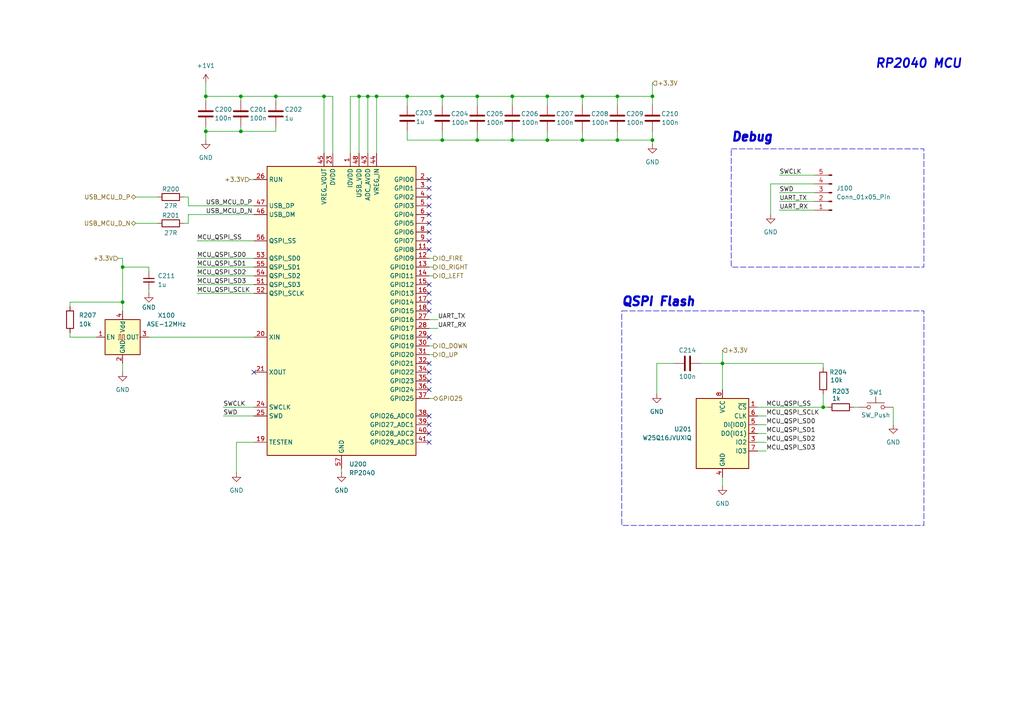
<source format=kicad_sch>
(kicad_sch (version 20231120) (generator "eeschema") (generator_version "8.0")
  (paper "A4")
  (lib_symbols
    (symbol "Connector:Conn_01x05_Pin" (pin_names (offset 1.016) hide)
      (property "Reference" "J" (at 0 7.62 0))
      (property "Value" "Conn_01x05_Pin" (at 0 -7.62 0))
      (symbol "Conn_01x05_Pin_1_1"
        (polyline (pts (xy 1.27 -5.08) (xy 0.8636 -5.08)) (stroke (width 0.1524)))
        (polyline (pts (xy 1.27 -2.54) (xy 0.8636 -2.54)) (stroke (width 0.1524)))
        (polyline (pts (xy 1.27 0) (xy 0.8636 0)) (stroke (width 0.1524)))
        (polyline (pts (xy 1.27 2.54) (xy 0.8636 2.54)) (stroke (width 0.1524)))
        (polyline (pts (xy 1.27 5.08) (xy 0.8636 5.08)) (stroke (width 0.1524)))
        (rectangle (start 0.8636 -4.953) (end 0 -5.207) (stroke (width 0.1524)) (fill (type outline)))
        (rectangle (start 0.8636 -2.413) (end 0 -2.667) (stroke (width 0.1524)) (fill (type outline)))
        (rectangle (start 0.8636 0.127) (end 0 -0.127) (stroke (width 0.1524)) (fill (type outline)))
        (rectangle (start 0.8636 2.667) (end 0 2.413) (stroke (width 0.1524)) (fill (type outline)))
        (rectangle (start 0.8636 5.207) (end 0 4.953) (stroke (width 0.1524)) (fill (type outline)))
        (pin passive line (at 5.08 5.08 180) (length 3.81) (name "Pin_1") (number "1"))
        (pin passive line (at 5.08 2.54 180) (length 3.81) (name "Pin_2") (number "2"))
        (pin passive line (at 5.08 0 180) (length 3.81) (name "Pin_3") (number "3"))
        (pin passive line (at 5.08 -2.54 180) (length 3.81) (name "Pin_4") (number "4"))
        (pin passive line (at 5.08 -5.08 180) (length 3.81) (name "Pin_5") (number "5"))
      )
    )
    (symbol "Device:C" (pin_numbers hide) (pin_names (offset 0.254))
      (property "Reference" "C" (at 0.635 2.54 0))
      (property "Value" "C" (at 0.635 -2.54 0))
      (symbol "C_0_1"
        (polyline (pts (xy -2.032 -0.762) (xy 2.032 -0.762)) (stroke (width 0.508)))
        (polyline (pts (xy -2.032 0.762) (xy 2.032 0.762)) (stroke (width 0.508)))
      )
      (symbol "C_1_1"
        (pin passive line (at 0 3.81 270) (length 2.794) (name "~") (number "1"))
        (pin passive line (at 0 -3.81 90) (length 2.794) (name "~") (number "2"))
      )
    )
    (symbol "Device:C_Small" (pin_numbers hide) (pin_names (offset 0.254) hide)
      (property "Reference" "C" (at 0.254 1.778 0))
      (property "Value" "C_Small" (at 0.254 -2.032 0))
      (symbol "C_Small_0_1"
        (polyline (pts (xy -1.524 -0.508) (xy 1.524 -0.508)) (stroke (width 0.3302)))
        (polyline (pts (xy -1.524 0.508) (xy 1.524 0.508)) (stroke (width 0.3048)))
      )
      (symbol "C_Small_1_1"
        (pin passive line (at 0 2.54 270) (length 2.032) (name "~") (number "1"))
        (pin passive line (at 0 -2.54 90) (length 2.032) (name "~") (number "2"))
      )
    )
    (symbol "Device:R" (pin_numbers hide) (pin_names (offset 0))
      (property "Reference" "R" (at 2.032 0 90))
      (property "Value" "R" (at 0 0 90))
      (symbol "R_0_1"
        (rectangle (start -1.016 -2.54) (end 1.016 2.54) (stroke (width 0.254)))
      )
      (symbol "R_1_1"
        (pin passive line (at 0 3.81 270) (length 1.27) (name "~") (number "1"))
        (pin passive line (at 0 -3.81 90) (length 1.27) (name "~") (number "2"))
      )
    )
    (symbol "MCU_RaspberryPi:RP2040"
      (property "Reference" "U" (at 17.78 45.72 0))
      (property "Value" "RP2040" (at 17.78 43.18 0))
      (symbol "RP2040_0_1"
        (rectangle (start -21.59 41.91) (end 21.59 -41.91) (stroke (width 0.254)) (fill (type background)))
      )
      (symbol "RP2040_1_1"
        (pin power_in line (at 2.54 45.72 270) (length 3.81) (name "IOVDD") (number "1"))
        (pin passive line (at 2.54 45.72 270) (length 3.81) hide (name "IOVDD") (number "10"))
        (pin bidirectional line (at 25.4 17.78 180) (length 3.81) (name "GPIO8") (number "11"))
        (pin bidirectional line (at 25.4 15.24 180) (length 3.81) (name "GPIO9") (number "12"))
        (pin bidirectional line (at 25.4 12.7 180) (length 3.81) (name "GPIO10") (number "13"))
        (pin bidirectional line (at 25.4 10.16 180) (length 3.81) (name "GPIO11") (number "14"))
        (pin bidirectional line (at 25.4 7.62 180) (length 3.81) (name "GPIO12") (number "15"))
        (pin bidirectional line (at 25.4 5.08 180) (length 3.81) (name "GPIO13") (number "16"))
        (pin bidirectional line (at 25.4 2.54 180) (length 3.81) (name "GPIO14") (number "17"))
        (pin bidirectional line (at 25.4 0 180) (length 3.81) (name "GPIO15") (number "18"))
        (pin input line (at -25.4 -38.1 0) (length 3.81) (name "TESTEN") (number "19"))
        (pin bidirectional line (at 25.4 38.1 180) (length 3.81) (name "GPIO0") (number "2"))
        (pin input line (at -25.4 -7.62 0) (length 3.81) (name "XIN") (number "20"))
        (pin passive line (at -25.4 -17.78 0) (length 3.81) (name "XOUT") (number "21"))
        (pin passive line (at 2.54 45.72 270) (length 3.81) hide (name "IOVDD") (number "22"))
        (pin power_in line (at -2.54 45.72 270) (length 3.81) (name "DVDD") (number "23"))
        (pin input line (at -25.4 -27.94 0) (length 3.81) (name "SWCLK") (number "24"))
        (pin bidirectional line (at -25.4 -30.48 0) (length 3.81) (name "SWD") (number "25"))
        (pin input line (at -25.4 38.1 0) (length 3.81) (name "RUN") (number "26"))
        (pin bidirectional line (at 25.4 -2.54 180) (length 3.81) (name "GPIO16") (number "27"))
        (pin bidirectional line (at 25.4 -5.08 180) (length 3.81) (name "GPIO17") (number "28"))
        (pin bidirectional line (at 25.4 -7.62 180) (length 3.81) (name "GPIO18") (number "29"))
        (pin bidirectional line (at 25.4 35.56 180) (length 3.81) (name "GPIO1") (number "3"))
        (pin bidirectional line (at 25.4 -10.16 180) (length 3.81) (name "GPIO19") (number "30"))
        (pin bidirectional line (at 25.4 -12.7 180) (length 3.81) (name "GPIO20") (number "31"))
        (pin bidirectional line (at 25.4 -15.24 180) (length 3.81) (name "GPIO21") (number "32"))
        (pin passive line (at 2.54 45.72 270) (length 3.81) hide (name "IOVDD") (number "33"))
        (pin bidirectional line (at 25.4 -17.78 180) (length 3.81) (name "GPIO22") (number "34"))
        (pin bidirectional line (at 25.4 -20.32 180) (length 3.81) (name "GPIO23") (number "35"))
        (pin bidirectional line (at 25.4 -22.86 180) (length 3.81) (name "GPIO24") (number "36"))
        (pin bidirectional line (at 25.4 -25.4 180) (length 3.81) (name "GPIO25") (number "37"))
        (pin bidirectional line (at 25.4 -30.48 180) (length 3.81) (name "GPIO26_ADC0") (number "38"))
        (pin bidirectional line (at 25.4 -33.02 180) (length 3.81) (name "GPIO27_ADC1") (number "39"))
        (pin bidirectional line (at 25.4 33.02 180) (length 3.81) (name "GPIO2") (number "4"))
        (pin bidirectional line (at 25.4 -35.56 180) (length 3.81) (name "GPIO28_ADC2") (number "40"))
        (pin bidirectional line (at 25.4 -38.1 180) (length 3.81) (name "GPIO29_ADC3") (number "41"))
        (pin passive line (at 2.54 45.72 270) (length 3.81) hide (name "IOVDD") (number "42"))
        (pin power_in line (at 7.62 45.72 270) (length 3.81) (name "ADC_AVDD") (number "43"))
        (pin power_in line (at 10.16 45.72 270) (length 3.81) (name "VREG_IN") (number "44"))
        (pin power_out line (at -5.08 45.72 270) (length 3.81) (name "VREG_VOUT") (number "45"))
        (pin bidirectional line (at -25.4 27.94 0) (length 3.81) (name "USB_DM") (number "46"))
        (pin bidirectional line (at -25.4 30.48 0) (length 3.81) (name "USB_DP") (number "47"))
        (pin power_in line (at 5.08 45.72 270) (length 3.81) (name "USB_VDD") (number "48"))
        (pin passive line (at 2.54 45.72 270) (length 3.81) hide (name "IOVDD") (number "49"))
        (pin bidirectional line (at 25.4 30.48 180) (length 3.81) (name "GPIO3") (number "5"))
        (pin passive line (at -2.54 45.72 270) (length 3.81) hide (name "DVDD") (number "50"))
        (pin bidirectional line (at -25.4 7.62 0) (length 3.81) (name "QSPI_SD3") (number "51"))
        (pin output line (at -25.4 5.08 0) (length 3.81) (name "QSPI_SCLK") (number "52"))
        (pin bidirectional line (at -25.4 15.24 0) (length 3.81) (name "QSPI_SD0") (number "53"))
        (pin bidirectional line (at -25.4 10.16 0) (length 3.81) (name "QSPI_SD2") (number "54"))
        (pin bidirectional line (at -25.4 12.7 0) (length 3.81) (name "QSPI_SD1") (number "55"))
        (pin bidirectional line (at -25.4 20.32 0) (length 3.81) (name "QSPI_SS") (number "56"))
        (pin power_in line (at 0 -45.72 90) (length 3.81) (name "GND") (number "57"))
        (pin bidirectional line (at 25.4 27.94 180) (length 3.81) (name "GPIO4") (number "6"))
        (pin bidirectional line (at 25.4 25.4 180) (length 3.81) (name "GPIO5") (number "7"))
        (pin bidirectional line (at 25.4 22.86 180) (length 3.81) (name "GPIO6") (number "8"))
        (pin bidirectional line (at 25.4 20.32 180) (length 3.81) (name "GPIO7") (number "9"))
      )
    )
    (symbol "Memory_Flash:W25Q32JVSS"
      (property "Reference" "U" (at -6.35 11.43 0))
      (property "Value" "W25Q32JVSS" (at 7.62 11.43 0))
      (symbol "W25Q32JVSS_0_1"
        (rectangle (start -7.62 10.16) (end 7.62 -10.16) (stroke (width 0.254)) (fill (type background)))
      )
      (symbol "W25Q32JVSS_1_1"
        (pin input line (at -10.16 7.62 0) (length 2.54) (name "~{CS}") (number "1"))
        (pin bidirectional line (at -10.16 0 0) (length 2.54) (name "DO(IO1)") (number "2"))
        (pin bidirectional line (at -10.16 -2.54 0) (length 2.54) (name "IO2") (number "3"))
        (pin power_in line (at 0 -12.7 90) (length 2.54) (name "GND") (number "4"))
        (pin bidirectional line (at -10.16 2.54 0) (length 2.54) (name "DI(IO0)") (number "5"))
        (pin input line (at -10.16 5.08 0) (length 2.54) (name "CLK") (number "6"))
        (pin bidirectional line (at -10.16 -5.08 0) (length 2.54) (name "IO3") (number "7"))
        (pin power_in line (at 0 12.7 270) (length 2.54) (name "VCC") (number "8"))
      )
    )
    (symbol "Oscillator:ASE-xxxMHz" (pin_names (offset 0.254))
      (property "Reference" "X" (at -5.08 6.35 0))
      (property "Value" "ASE-xxxMHz" (at 1.27 -6.35 0))
      (symbol "ASE-xxxMHz_0_1"
        (rectangle (start -5.08 5.08) (end 5.08 -5.08) (stroke (width 0.254)) (fill (type background)))
        (polyline (pts (xy -1.27 -0.762) (xy -1.016 -0.762) (xy -1.016 0.762) (xy -0.508 0.762) (xy -0.508 -0.762) (xy 0 -0.762) (xy 0 0.762) (xy 0.508 0.762) (xy 0.508 -0.762) (xy 0.762 -0.762)))
      )
      (symbol "ASE-xxxMHz_1_1"
        (pin input line (at -7.62 0 0) (length 2.54) (name "EN") (number "1"))
        (pin power_in line (at 0 -7.62 90) (length 2.54) (name "GND") (number "2"))
        (pin output line (at 7.62 0 180) (length 2.54) (name "OUT") (number "3"))
        (pin power_in line (at 0 7.62 270) (length 2.54) (name "Vdd") (number "4"))
      )
    )
    (symbol "Switch:SW_Push" (pin_numbers hide) (pin_names (offset 1.016) hide)
      (property "Reference" "SW" (at 1.27 2.54 0))
      (property "Value" "SW_Push" (at 0 -1.524 0))
      (symbol "SW_Push_0_1"
        (circle (center -2.032 0) (radius 0.508))
        (polyline (pts (xy 0 1.27) (xy 0 3.048)))
        (polyline (pts (xy 2.54 1.27) (xy -2.54 1.27)))
        (circle (center 2.032 0) (radius 0.508))
        (pin passive line (at -5.08 0 0) (length 2.54) (name "1") (number "1"))
        (pin passive line (at 5.08 0 180) (length 2.54) (name "2") (number "2"))
      )
    )
    (symbol "power:+1V1" (power) (pin_numbers hide) (pin_names (offset 0) hide)
      (property "Value" "+1V1" (at 0 3.556 0))
      (symbol "+1V1_0_1"
        (polyline (pts (xy -0.762 1.27) (xy 0 2.54)))
        (polyline (pts (xy 0 0) (xy 0 2.54)))
        (polyline (pts (xy 0 2.54) (xy 0.762 1.27)))
      )
      (symbol "+1V1_1_1"
        (pin power_in line (at 0 0 90) (length 0) (name "~") (number "1"))
      )
    )
    (symbol "power:GND" (power) (pin_numbers hide) (pin_names (offset 0) hide)
      (property "Value" "GND" (at 0 -3.81 0))
      (symbol "GND_0_1"
        (polyline (pts (xy 0 0) (xy 0 -1.27) (xy 1.27 -1.27) (xy 0 -2.54) (xy -1.27 -1.27) (xy 0 -1.27)))
      )
      (symbol "GND_1_1"
        (pin power_in line (at 0 0 270) (length 0) (name "~") (number "1"))
      )
    )
  )
  (junction (at 106.68 27.94))
  (junction (at 179.07 27.94))
  (junction (at 104.14 27.94))
  (junction (at 69.85 38.1))
  (junction (at 69.85 27.94))
  (junction (at 80.01 27.94))
  (junction (at 189.23 40.64))
  (junction (at 35.56 87.63))
  (junction (at 158.75 27.94))
  (junction (at 138.43 40.64))
  (junction (at 93.98 27.94))
  (junction (at 59.69 38.1))
  (junction (at 138.43 27.94))
  (junction (at 148.59 40.64))
  (junction (at 168.91 40.64))
  (junction (at 148.59 27.94))
  (junction (at 189.23 27.94))
  (junction (at 118.11 27.94))
  (junction (at 168.91 27.94))
  (junction (at 158.75 40.64))
  (junction (at 179.07 40.64))
  (junction (at 209.55 105.41))
  (junction (at 238.76 118.11))
  (junction (at 59.69 27.94))
  (junction (at 35.56 77.47))
  (junction (at 109.22 27.94))
  (junction (at 128.27 27.94))
  (junction (at 128.27 40.64))
  (no_connect (at 124.46 67.31))
  (no_connect (at 124.46 97.79))
  (no_connect (at 124.46 90.17))
  (no_connect (at 124.46 52.07))
  (no_connect (at 124.46 85.09))
  (no_connect (at 124.46 59.69))
  (no_connect (at 124.46 72.39))
  (no_connect (at 124.46 69.85))
  (no_connect (at 73.66 107.95))
  (no_connect (at 124.46 54.61))
  (no_connect (at 124.46 82.55))
  (no_connect (at 124.46 105.41))
  (no_connect (at 124.46 128.27))
  (no_connect (at 124.46 120.65))
  (no_connect (at 124.46 64.77))
  (no_connect (at 124.46 107.95))
  (no_connect (at 124.46 62.23))
  (no_connect (at 124.46 123.19))
  (no_connect (at 124.46 57.15))
  (no_connect (at 124.46 110.49))
  (no_connect (at 124.46 87.63))
  (no_connect (at 124.46 113.03))
  (no_connect (at 124.46 125.73))
  (wire (pts (xy 124.46 102.87) (xy 125.73 102.87)))
  (wire (pts (xy 168.91 38.1) (xy 168.91 40.64)))
  (wire (pts (xy 35.56 87.63) (xy 35.56 90.17)))
  (wire (pts (xy 148.59 40.64) (xy 158.75 40.64)))
  (wire (pts (xy 179.07 27.94) (xy 168.91 27.94)))
  (wire (pts (xy 106.68 27.94) (xy 106.68 44.45)))
  (wire (pts (xy 69.85 27.94) (xy 80.01 27.94)))
  (wire (pts (xy 69.85 36.83) (xy 69.85 38.1)))
  (wire (pts (xy 118.11 38.1) (xy 118.11 40.64)))
  (wire (pts (xy 138.43 27.94) (xy 138.43 30.48)))
  (wire (pts (xy 209.55 138.43) (xy 209.55 140.97)))
  (wire (pts (xy 59.69 38.1) (xy 59.69 40.64)))
  (wire (pts (xy 179.07 27.94) (xy 179.07 30.48)))
  (wire (pts (xy 59.69 27.94) (xy 69.85 27.94)))
  (wire (pts (xy 219.71 130.81) (xy 222.25 130.81)))
  (wire (pts (xy 59.69 36.83) (xy 59.69 38.1)))
  (wire (pts (xy 203.2 105.41) (xy 209.55 105.41)))
  (wire (pts (xy 259.08 118.11) (xy 259.08 123.19)))
  (wire (pts (xy 43.18 77.47) (xy 43.18 78.74)))
  (wire (pts (xy 138.43 38.1) (xy 138.43 40.64)))
  (wire (pts (xy 158.75 27.94) (xy 148.59 27.94)))
  (wire (pts (xy 64.77 118.11) (xy 73.66 118.11)))
  (wire (pts (xy 35.56 74.93) (xy 35.56 77.47)))
  (wire (pts (xy 57.15 82.55) (xy 73.66 82.55)))
  (wire (pts (xy 223.52 53.34) (xy 223.52 62.23)))
  (wire (pts (xy 124.46 77.47) (xy 125.73 77.47)))
  (wire (pts (xy 64.77 120.65) (xy 73.66 120.65)))
  (wire (pts (xy 209.55 105.41) (xy 238.76 105.41)))
  (wire (pts (xy 148.59 27.94) (xy 148.59 30.48)))
  (wire (pts (xy 236.22 53.34) (xy 223.52 53.34)))
  (wire (pts (xy 34.29 74.93) (xy 35.56 74.93)))
  (wire (pts (xy 57.15 80.01) (xy 73.66 80.01)))
  (wire (pts (xy 219.71 125.73) (xy 222.25 125.73)))
  (wire (pts (xy 226.06 58.42) (xy 236.22 58.42)))
  (wire (pts (xy 124.46 100.33) (xy 125.73 100.33)))
  (wire (pts (xy 190.5 105.41) (xy 190.5 114.3)))
  (wire (pts (xy 57.15 77.47) (xy 73.66 77.47)))
  (wire (pts (xy 59.69 24.13) (xy 59.69 27.94)))
  (wire (pts (xy 148.59 27.94) (xy 138.43 27.94)))
  (wire (pts (xy 168.91 27.94) (xy 158.75 27.94)))
  (wire (pts (xy 128.27 27.94) (xy 138.43 27.94)))
  (wire (pts (xy 219.71 128.27) (xy 222.25 128.27)))
  (wire (pts (xy 54.61 62.23) (xy 73.66 62.23)))
  (wire (pts (xy 189.23 38.1) (xy 189.23 40.64)))
  (wire (pts (xy 99.06 137.16) (xy 99.06 135.89)))
  (wire (pts (xy 138.43 40.64) (xy 148.59 40.64)))
  (wire (pts (xy 179.07 38.1) (xy 179.07 40.64)))
  (wire (pts (xy 54.61 57.15) (xy 54.61 59.69)))
  (wire (pts (xy 53.34 57.15) (xy 54.61 57.15)))
  (wire (pts (xy 72.39 52.07) (xy 73.66 52.07)))
  (wire (pts (xy 39.37 57.15) (xy 45.72 57.15)))
  (wire (pts (xy 209.55 105.41) (xy 209.55 113.03)))
  (wire (pts (xy 124.46 92.71) (xy 127 92.71)))
  (wire (pts (xy 124.46 74.93) (xy 125.73 74.93)))
  (wire (pts (xy 158.75 27.94) (xy 158.75 30.48)))
  (wire (pts (xy 118.11 27.94) (xy 118.11 30.48)))
  (wire (pts (xy 101.6 44.45) (xy 101.6 27.94)))
  (wire (pts (xy 20.32 87.63) (xy 35.56 87.63)))
  (wire (pts (xy 158.75 40.64) (xy 168.91 40.64)))
  (wire (pts (xy 20.32 97.79) (xy 20.32 96.52)))
  (wire (pts (xy 35.56 105.41) (xy 35.56 107.95)))
  (wire (pts (xy 35.56 77.47) (xy 43.18 77.47)))
  (wire (pts (xy 189.23 27.94) (xy 189.23 30.48)))
  (wire (pts (xy 118.11 27.94) (xy 128.27 27.94)))
  (wire (pts (xy 54.61 64.77) (xy 54.61 62.23)))
  (wire (pts (xy 189.23 40.64) (xy 189.23 41.91)))
  (wire (pts (xy 104.14 27.94) (xy 106.68 27.94)))
  (wire (pts (xy 39.37 64.77) (xy 45.72 64.77)))
  (wire (pts (xy 179.07 40.64) (xy 189.23 40.64)))
  (wire (pts (xy 80.01 27.94) (xy 80.01 29.21)))
  (wire (pts (xy 69.85 38.1) (xy 80.01 38.1)))
  (wire (pts (xy 226.06 50.8) (xy 236.22 50.8)))
  (wire (pts (xy 59.69 29.21) (xy 59.69 27.94)))
  (wire (pts (xy 219.71 120.65) (xy 222.25 120.65)))
  (wire (pts (xy 43.18 83.82) (xy 43.18 85.09)))
  (wire (pts (xy 128.27 38.1) (xy 128.27 40.64)))
  (wire (pts (xy 54.61 59.69) (xy 73.66 59.69)))
  (wire (pts (xy 128.27 40.64) (xy 138.43 40.64)))
  (wire (pts (xy 101.6 27.94) (xy 104.14 27.94)))
  (wire (pts (xy 43.18 97.79) (xy 73.66 97.79)))
  (wire (pts (xy 27.94 97.79) (xy 20.32 97.79)))
  (wire (pts (xy 93.98 27.94) (xy 96.52 27.94)))
  (wire (pts (xy 124.46 95.25) (xy 127 95.25)))
  (wire (pts (xy 247.65 118.11) (xy 248.92 118.11)))
  (wire (pts (xy 106.68 27.94) (xy 109.22 27.94)))
  (wire (pts (xy 168.91 27.94) (xy 168.91 30.48)))
  (wire (pts (xy 189.23 24.13) (xy 189.23 27.94)))
  (wire (pts (xy 128.27 27.94) (xy 128.27 30.48)))
  (wire (pts (xy 57.15 85.09) (xy 73.66 85.09)))
  (wire (pts (xy 57.15 69.85) (xy 73.66 69.85)))
  (wire (pts (xy 168.91 40.64) (xy 179.07 40.64)))
  (wire (pts (xy 124.46 80.01) (xy 125.73 80.01)))
  (wire (pts (xy 226.06 60.96) (xy 236.22 60.96)))
  (wire (pts (xy 53.34 64.77) (xy 54.61 64.77)))
  (wire (pts (xy 68.58 128.27) (xy 73.66 128.27)))
  (wire (pts (xy 35.56 77.47) (xy 35.56 87.63)))
  (wire (pts (xy 59.69 38.1) (xy 69.85 38.1)))
  (wire (pts (xy 80.01 27.94) (xy 93.98 27.94)))
  (wire (pts (xy 69.85 27.94) (xy 69.85 29.21)))
  (wire (pts (xy 238.76 114.3) (xy 238.76 118.11)))
  (wire (pts (xy 158.75 38.1) (xy 158.75 40.64)))
  (wire (pts (xy 109.22 27.94) (xy 118.11 27.94)))
  (wire (pts (xy 148.59 38.1) (xy 148.59 40.64)))
  (wire (pts (xy 93.98 27.94) (xy 93.98 44.45)))
  (wire (pts (xy 238.76 118.11) (xy 240.03 118.11)))
  (wire (pts (xy 219.71 118.11) (xy 238.76 118.11)))
  (wire (pts (xy 219.71 123.19) (xy 222.25 123.19)))
  (wire (pts (xy 238.76 105.41) (xy 238.76 106.68)))
  (wire (pts (xy 109.22 27.94) (xy 109.22 44.45)))
  (wire (pts (xy 57.15 74.93) (xy 73.66 74.93)))
  (wire (pts (xy 104.14 27.94) (xy 104.14 44.45)))
  (wire (pts (xy 226.06 55.88) (xy 236.22 55.88)))
  (wire (pts (xy 80.01 38.1) (xy 80.01 36.83)))
  (wire (pts (xy 189.23 27.94) (xy 179.07 27.94)))
  (wire (pts (xy 96.52 27.94) (xy 96.52 44.45)))
  (wire (pts (xy 209.55 101.6) (xy 209.55 105.41)))
  (wire (pts (xy 195.58 105.41) (xy 190.5 105.41)))
  (wire (pts (xy 124.46 115.57) (xy 125.73 115.57)))
  (wire (pts (xy 118.11 40.64) (xy 128.27 40.64)))
  (wire (pts (xy 68.58 137.16) (xy 68.58 128.27)))
  (wire (pts (xy 20.32 88.9) (xy 20.32 87.63)))
  (rectangle (start 180.34 90.17) (end 267.97 152.4) (stroke (width 0) (type dash)))
  (rectangle (start 212.09 43.18) (end 267.97 77.47) (stroke (width 0) (type dash)))
  (text "Debug" (at 218.186 39.878 0) (effects (font (size 2.54 2.54) (thickness 0.762) (bold yes) (italic yes))))
  (text "RP2040 MCU" (at 266.446 18.542 0) (effects (font (size 2.54 2.54) (thickness 0.508) (bold yes) (italic yes))))
  (text "QSPI Flash" (at 191.008 87.63 0) (effects (font (size 2.54 2.54) (thickness 0.762) (bold yes) (italic yes))))
  (label "MCU_QSPI_SD3" (at 222.25 130.81 0))
  (label "SWD" (at 226.06 55.88 0))
  (label "UART_RX" (at 127 95.25 0))
  (label "UART_TX" (at 226.06 58.42 0))
  (label "MCU_QSPI_SD1" (at 222.25 125.73 0))
  (label "MCU_QSPI_SD2" (at 222.25 128.27 0))
  (label "SWCLK" (at 64.77 118.11 0))
  (label "MCU_QSPI_SCLK" (at 57.15 85.09 0))
  (label "MCU_QSPI_SCLK" (at 222.25 120.65 0))
  (label "SWCLK" (at 226.06 50.8 0))
  (label "UART_TX" (at 127 92.71 0))
  (label "MCU_QSPI_SD0" (at 57.15 74.93 0))
  (label "USB_MCU_D_N" (at 59.69 62.23 0))
  (label "MCU_QSPI_SD3" (at 57.15 82.55 0))
  (label "MCU_QSPI_SD2" (at 57.15 80.01 0))
  (label "USB_MCU_D_P" (at 59.69 59.69 0))
  (label "UART_RX" (at 226.06 60.96 0))
  (label "MCU_QSPI_SS" (at 57.15 69.85 0))
  (label "MCU_QSPI_SS" (at 222.25 118.11 0))
  (label "MCU_QSPI_SD1" (at 57.15 77.47 0))
  (label "MCU_QSPI_SD0" (at 222.25 123.19 0))
  (label "SWD" (at 64.77 120.65 0))
  (hierarchical_label "IO_LEFT" (shape output) (at 125.73 80.01 0))
  (hierarchical_label "+3.3V" (shape input) (at 189.23 24.13 0))
  (hierarchical_label "+3.3V" (shape input) (at 209.55 101.6 0))
  (hierarchical_label "IO_FIRE" (shape output) (at 125.73 74.93 0))
  (hierarchical_label "IO_RIGHT" (shape output) (at 125.73 77.47 0))
  (hierarchical_label "IO_UP" (shape output) (at 125.73 102.87 0))
  (hierarchical_label "+3.3V" (shape input) (at 34.29 74.93 180))
  (hierarchical_label "GPIO25" (shape bidirectional) (at 125.73 115.57 0))
  (hierarchical_label "USB_MCU_D_P" (shape bidirectional) (at 39.37 57.15 180))
  (hierarchical_label "IO_DOWN" (shape output) (at 125.73 100.33 0))
  (hierarchical_label "USB_MCU_D_N" (shape bidirectional) (at 39.37 64.77 180))
  (hierarchical_label "+3.3V" (shape input) (at 72.39 52.07 180))
  (symbol (lib_id "power:GND") (at 99.06 137.16 0) (unit 1)
    (property "Reference" "#PWR010" (effects (hide yes)))
    (property "Value" "GND" (at 99.06 142.24 0))
    (property "Description" "Power symbol creates a global label with name \"GND\" , ground" (effects (hide yes)))
  )
  (symbol (lib_id "power:GND") (at 190.5 114.3 0) (unit 1)
    (property "Reference" "#PWR013" (effects (hide yes)))
    (property "Value" "GND" (at 190.5 119.38 0))
    (property "Description" "Power symbol creates a global label with name \"GND\" , ground" (effects (hide yes)))
  )
  (symbol (lib_id "power:GND") (at 209.55 140.97 0) (unit 1)
    (property "Reference" "#PWR015" (effects (hide yes)))
    (property "Value" "GND" (at 209.55 146.05 0))
    (property "Description" "Power symbol creates a global label with name \"GND\" , ground" (effects (hide yes)))
  )
  (symbol (lib_id "Device:C") (at 138.43 34.29 0) (mirror y) (unit 1)
    (property "Reference" "C205" (at 146.05 33.02 0) (effects (justify left)))
    (property "Value" "100n" (at 146.05 35.56 0) (effects (justify left)))
    (property "Footprint" "Capacitor_SMD:C_0402_1005Metric" (effects (hide yes)))
    (property "Description" "Unpolarized capacitor" (effects (hide yes)))
    (property "LCSC Part #" "C1525" (effects (hide yes)))
  )
  (symbol (lib_id "Device:C") (at 69.85 33.02 0) (unit 1)
    (property "Reference" "C201" (at 72.39 31.75 0) (effects (justify left)))
    (property "Value" "100n" (at 72.39 34.29 0) (effects (justify left)))
    (property "Footprint" "Capacitor_SMD:C_0402_1005Metric" (effects (hide yes)))
    (property "Description" "Unpolarized capacitor" (effects (hide yes)))
    (property "LCSC Part #" "C1525" (effects (hide yes)))
  )
  (symbol (lib_id "power:GND") (at 35.56 107.95 0) (unit 1)
    (property "Reference" "#PWR030" (effects (hide yes)))
    (property "Value" "GND" (at 35.56 113.03 0))
    (property "Description" "Power symbol creates a global label with name \"GND\" , ground" (effects (hide yes)))
  )
  (symbol (lib_id "Device:C") (at 179.07 34.29 0) (mirror y) (unit 1)
    (property "Reference" "C209" (at 186.69 33.02 0) (effects (justify left)))
    (property "Value" "100n" (at 186.69 35.56 0) (effects (justify left)))
    (property "Footprint" "Capacitor_SMD:C_0402_1005Metric" (effects (hide yes)))
    (property "Description" "Unpolarized capacitor" (effects (hide yes)))
    (property "LCSC Part #" "C1525" (effects (hide yes)))
  )
  (symbol (lib_id "power:GND") (at 189.23 41.91 0) (mirror y) (unit 1)
    (property "Reference" "#PWR012" (effects (hide yes)))
    (property "Value" "GND" (at 189.23 46.99 0))
    (property "Description" "Power symbol creates a global label with name \"GND\" , ground" (effects (hide yes)))
  )
  (symbol (lib_id "Device:C") (at 148.59 34.29 0) (mirror y) (unit 1)
    (property "Reference" "C206" (at 156.21 33.02 0) (effects (justify left)))
    (property "Value" "100n" (at 156.21 35.56 0) (effects (justify left)))
    (property "Footprint" "Capacitor_SMD:C_0402_1005Metric" (effects (hide yes)))
    (property "Description" "Unpolarized capacitor" (effects (hide yes)))
    (property "LCSC Part #" "C1525" (effects (hide yes)))
  )
  (symbol (lib_id "Device:C") (at 59.69 33.02 0) (unit 1)
    (property "Reference" "C200" (at 62.23 31.75 0) (effects (justify left)))
    (property "Value" "100n" (at 62.23 34.29 0) (effects (justify left)))
    (property "Footprint" "Capacitor_SMD:C_0402_1005Metric" (effects (hide yes)))
    (property "Description" "Unpolarized capacitor" (effects (hide yes)))
    (property "LCSC Part #" "C1525" (effects (hide yes)))
  )
  (symbol (lib_id "Device:C") (at 80.01 33.02 0) (unit 1)
    (property "Reference" "C202" (at 82.55 31.75 0) (effects (justify left)))
    (property "Value" "1u" (at 82.55 34.29 0) (effects (justify left)))
    (property "Footprint" "Capacitor_SMD:C_0402_1005Metric" (effects (hide yes)))
    (property "Description" "Unpolarized capacitor" (effects (hide yes)))
    (property "LCSC Part #" "C52923" (effects (hide yes)))
  )
  (symbol (lib_id "Device:R") (at 243.84 118.11 90) (unit 1)
    (property "Reference" "R203" (at 243.84 113.538 90))
    (property "Value" "1k" (at 242.57 115.57 90))
    (property "Footprint" "Resistor_SMD:R_0402_1005Metric" (effects (hide yes)))
    (property "Description" "Resistor" (effects (hide yes)))
  )
  (symbol (lib_id "Device:R") (at 49.53 57.15 90) (unit 1)
    (property "Reference" "R200" (at 49.53 54.864 90))
    (property "Value" "27R" (at 49.53 59.69 90))
    (property "Footprint" "Resistor_SMD:R_0402_1005Metric" (effects (hide yes)))
    (property "Description" "Resistor" (effects (hide yes)))
    (property "LCSC Part #" "C25092" (effects (hide yes)))
  )
  (symbol (lib_id "Connector:Conn_01x05_Pin") (at 241.3 55.88 180) (unit 1)
    (property "Reference" "J100" (at 242.57 54.6099 0) (effects (justify right)))
    (property "Value" "Conn_01x05_Pin" (at 242.57 57.1499 0) (effects (justify right)))
    (property "Footprint" "Connector_PinHeader_2.54mm:PinHeader_1x05_P2.54mm_Vertical" (effects (hide yes)))
    (property "Description" "Generic connector, single row, 01x05, script generated" (effects (hide yes)))
  )
  (symbol (lib_id "Device:C_Small") (at 43.18 81.28 0) (unit 1)
    (property "Reference" "C211" (at 45.72 80.0162 0) (effects (justify left)))
    (property "Value" "1u" (at 45.72 82.5562 0) (effects (justify left)))
    (property "Footprint" "Capacitor_SMD:C_0402_1005Metric" (effects (hide yes)))
    (property "Description" "Unpolarized capacitor, small symbol" (effects (hide yes)))
    (property "LCSC Part #" "C52923" (effects (hide yes)))
  )
  (symbol (lib_id "MCU_RaspberryPi:RP2040") (at 99.06 90.17 0) (unit 1)
    (property "Reference" "U200" (at 101.2541 134.62 0) (effects (justify left)))
    (property "Value" "RP2040" (at 101.2541 137.16 0) (effects (justify left)))
    (property "Footprint" "Package_DFN_QFN:QFN-56-1EP_7x7mm_P0.4mm_EP3.2x3.2mm" (effects (hide yes)))
    (property "Datasheet" "https://datasheets.raspberrypi.com/rp2040/rp2040-datasheet.pdf" (effects (hide yes)))
    (property "Description" "A microcontroller by Raspberry Pi" (effects (hide yes)))
  )
  (symbol (lib_id "Device:C") (at 128.27 34.29 0) (mirror y) (unit 1)
    (property "Reference" "C204" (at 135.89 33.02 0) (effects (justify left)))
    (property "Value" "100n" (at 135.89 35.56 0) (effects (justify left)))
    (property "Footprint" "Capacitor_SMD:C_0402_1005Metric" (effects (hide yes)))
    (property "Description" "Unpolarized capacitor" (effects (hide yes)))
    (property "LCSC Part #" "C1525" (effects (hide yes)))
  )
  (symbol (lib_id "Oscillator:ASE-xxxMHz") (at 35.56 97.79 0) (unit 1)
    (property "Reference" "X100" (at 48.26 91.4714 0))
    (property "Value" "ASE-12MHz" (at 48.26 94.0114 0))
    (property "Footprint" "Crystal:Crystal_SMD_2016-4Pin_2.0x1.6mm" (effects (hide yes)))
    (property "Datasheet" "http://www.abracon.com/Oscillators/ASV.pdf" (effects (hide yes)))
    (property "Description" "3.3V CMOS SMD Crystal Clock Oscillator, Abracon" (effects (hide yes)))
    (property "LCSC Part #" "C669076" (effects (hide yes)))
  )
  (symbol (lib_id "Memory_Flash:W25Q32JVSS") (at 209.55 125.73 0) (mirror y) (unit 1)
    (property "Reference" "U201" (at 200.66 124.4599 0) (effects (justify left)))
    (property "Value" "W25Q16JVUXIQ" (at 200.66 126.9999 0) (effects (justify left)))
    (property "Footprint" "Package_SON:Winbond_USON-8-1EP_3x2mm_P0.5mm_EP0.2x1.6mm" (effects (hide yes)))
    (property "Datasheet" "http://www.winbond.com/resource-files/w25q32jv%20revg%2003272018%20plus.pdf" (effects (hide yes)))
    (property "Description" "32Mb Serial Flash Memory, Standard/Dual/Quad SPI, SOIC-8" (effects (hide yes)))
    (property "LCSC Part #" "C2843335" (effects (hide yes)))
  )
  (symbol (lib_id "Device:C") (at 158.75 34.29 0) (mirror y) (unit 1)
    (property "Reference" "C207" (at 166.37 33.02 0) (effects (justify left)))
    (property "Value" "100n" (at 166.37 35.56 0) (effects (justify left)))
    (property "Footprint" "Capacitor_SMD:C_0402_1005Metric" (effects (hide yes)))
    (property "Description" "Unpolarized capacitor" (effects (hide yes)))
    (property "LCSC Part #" "C1525" (effects (hide yes)))
  )
  (symbol (lib_id "Device:C") (at 168.91 34.29 0) (mirror y) (unit 1)
    (property "Reference" "C208" (at 176.53 33.02 0) (effects (justify left)))
    (property "Value" "100n" (at 176.53 35.56 0) (effects (justify left)))
    (property "Footprint" "Capacitor_SMD:C_0402_1005Metric" (effects (hide yes)))
    (property "Description" "Unpolarized capacitor" (effects (hide yes)))
    (property "LCSC Part #" "C1525" (effects (hide yes)))
  )
  (symbol (lib_id "power:GND") (at 68.58 137.16 0) (unit 1)
    (property "Reference" "#PWR09" (effects (hide yes)))
    (property "Value" "GND" (at 68.58 142.24 0))
    (property "Description" "Power symbol creates a global label with name \"GND\" , ground" (effects (hide yes)))
  )
  (symbol (lib_id "power:GND") (at 259.08 123.19 0) (unit 1)
    (property "Reference" "#PWR023" (effects (hide yes)))
    (property "Value" "GND" (at 259.08 128.27 0))
    (property "Description" "Power symbol creates a global label with name \"GND\" , ground" (effects (hide yes)))
  )
  (symbol (lib_id "Device:C") (at 199.39 105.41 90) (unit 1)
    (property "Reference" "C214" (at 199.39 101.6 90))
    (property "Value" "100n" (at 199.39 109.22 90))
    (property "Footprint" "Capacitor_SMD:C_0402_1005Metric" (effects (hide yes)))
    (property "Description" "Unpolarized capacitor" (effects (hide yes)))
    (property "LCSC Part #" "C1525" (effects (hide yes)))
  )
  (symbol (lib_id "Device:R") (at 20.32 92.71 0) (unit 1)
    (property "Reference" "R207" (at 22.86 91.4399 0) (effects (justify left)))
    (property "Value" "10k" (at 22.86 93.9799 0) (effects (justify left)))
    (property "Footprint" "Resistor_SMD:R_0402_1005Metric" (effects (hide yes)))
    (property "Description" "Resistor" (effects (hide yes)))
  )
  (symbol (lib_id "power:GND") (at 223.52 62.23 0) (unit 1)
    (property "Reference" "#PWR016" (effects (hide yes)))
    (property "Value" "GND" (at 223.52 67.31 0))
    (property "Description" "Power symbol creates a global label with name \"GND\" , ground" (effects (hide yes)))
  )
  (symbol (lib_id "Device:R") (at 49.53 64.77 270) (unit 1)
    (property "Reference" "R201" (at 49.53 62.484 90))
    (property "Value" "27R" (at 49.53 67.564 90))
    (property "Footprint" "Resistor_SMD:R_0402_1005Metric" (effects (hide yes)))
    (property "Description" "Resistor" (effects (hide yes)))
    (property "LCSC Part #" "C25092" (effects (hide yes)))
  )
  (symbol (lib_id "Device:C") (at 189.23 34.29 0) (mirror y) (unit 1)
    (property "Reference" "C210" (at 196.85 33.02 0) (effects (justify left)))
    (property "Value" "100n" (at 196.85 35.56 0) (effects (justify left)))
    (property "Footprint" "Capacitor_SMD:C_0402_1005Metric" (effects (hide yes)))
    (property "Description" "Unpolarized capacitor" (effects (hide yes)))
    (property "LCSC Part #" "C1525" (effects (hide yes)))
  )
  (symbol (lib_id "Device:C") (at 118.11 34.29 0) (mirror y) (unit 1)
    (property "Reference" "C203" (at 125.476 32.766 0) (effects (justify left)))
    (property "Value" "1u" (at 123.19 35.306 0) (effects (justify left)))
    (property "Footprint" "Capacitor_SMD:C_0402_1005Metric" (effects (hide yes)))
    (property "Description" "Unpolarized capacitor" (effects (hide yes)))
    (property "LCSC Part #" "C52923" (effects (hide yes)))
  )
  (symbol (lib_id "power:GND") (at 59.69 40.64 0) (unit 1)
    (property "Reference" "#PWR08" (effects (hide yes)))
    (property "Value" "GND" (at 59.69 45.72 0))
    (property "Description" "Power symbol creates a global label with name \"GND\" , ground" (effects (hide yes)))
  )
  (symbol (lib_id "power:+1V1") (at 59.69 24.13 0) (mirror y) (unit 1)
    (property "Reference" "#PWR027" (effects (hide yes)))
    (property "Value" "+1V1" (at 59.69 19.05 0))
    (property "Description" "Power symbol creates a global label with name \"+1V1\"" (effects (hide yes)))
  )
  (symbol (lib_id "Switch:SW_Push") (at 254 118.11 0) (unit 1)
    (property "Reference" "SW1" (at 254 113.792 0))
    (property "Value" "SW_Push" (at 254 120.396 0))
    (property "Footprint" "Button_Switch_SMD:SW_SPST_B3U-1000P" (effects (hide yes)))
    (property "Description" "Push button switch, generic, two pins" (effects (hide yes)))
    (property "LCSC Part #" "C498294" (effects (hide yes)))
  )
  (symbol (lib_id "power:GND") (at 43.18 85.09 0) (unit 1)
    (property "Reference" "#PWR028" (effects (hide yes)))
    (property "Value" "GND" (at 43.18 89.154 0))
    (property "Description" "Power symbol creates a global label with name \"GND\" , ground" (effects (hide yes)))
  )
  (symbol (lib_id "Device:R") (at 238.76 110.49 180) (unit 1)
    (property "Reference" "R204" (at 240.538 107.95 0) (effects (justify right)))
    (property "Value" "10k" (at 240.792 110.236 0) (effects (justify right)))
    (property "Footprint" "Resistor_SMD:R_0402_1005Metric" (effects (hide yes)))
    (property "Description" "Resistor" (effects (hide yes)))
  )
)
</source>
